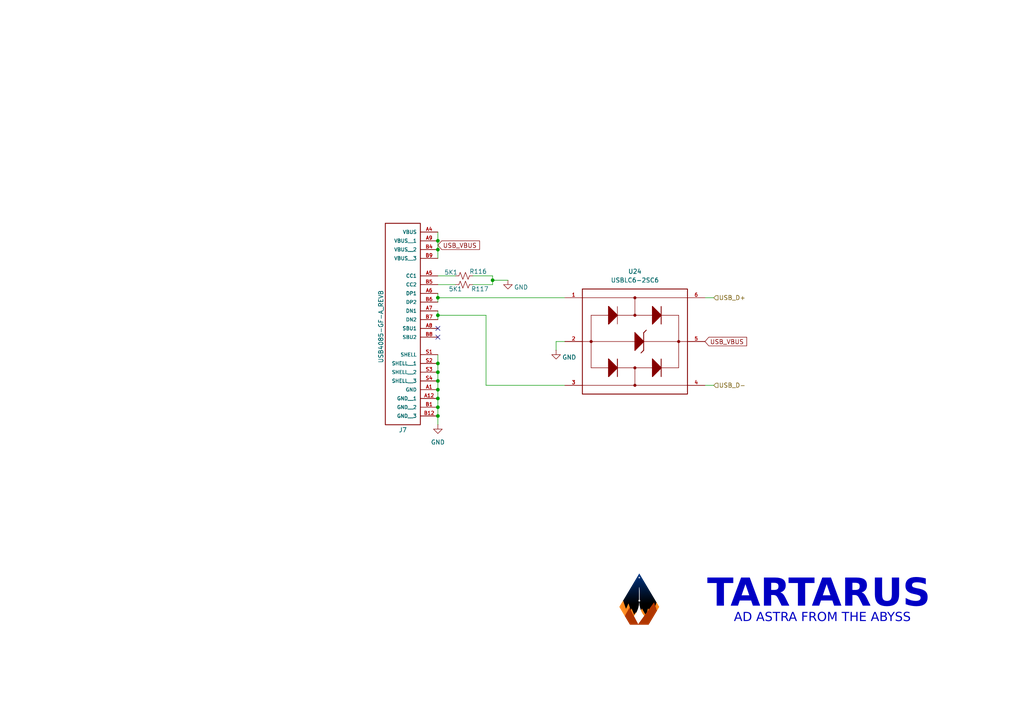
<source format=kicad_sch>
(kicad_sch (version 20250114) (generator "eeschema") (generator_version "9.0")
  (paper "A4")
  (lib_symbols
    (symbol "Cosmos Schematic Symbols_V2:USB4085-GF-A_REVB" (pin_names (offset 1.016))
      (property "Reference" "J" (at -5.08 18.288 0))
      (property "Value" "USB4085-GF-A_REVB" (at -5.08 -43.18 0))
      (symbol "USB4085-GF-A_REVB_0_0"
        (pin power_in line (at -10.16 15.24 0) (length 5.08) (name "VBUS") (number "A4"))
        (pin power_in line (at -10.16 12.7 0) (length 5.08) (name "VBUS__1") (number "A9"))
        (pin power_in line (at -10.16 10.16 0) (length 5.08) (name "VBUS__2") (number "B4"))
        (pin power_in line (at -10.16 7.62 0) (length 5.08) (name "VBUS__3") (number "B9"))
        (pin bidirectional line (at -10.16 2.54 0) (length 5.08) (name "CC1") (number "A5"))
        (pin bidirectional line (at -10.16 0 0) (length 5.08) (name "CC2") (number "B5"))
        (pin bidirectional line (at -10.16 -2.54 0) (length 5.08) (name "DP1") (number "A6"))
        (pin bidirectional line (at -10.16 -5.08 0) (length 5.08) (name "DP2") (number "B6"))
        (pin bidirectional line (at -10.16 -7.62 0) (length 5.08) (name "DN1") (number "A7"))
        (pin bidirectional line (at -10.16 -10.16 0) (length 5.08) (name "DN2") (number "B7"))
        (pin bidirectional line (at -10.16 -12.7 0) (length 5.08) (name "SBU1") (number "A8"))
        (pin bidirectional line (at -10.16 -15.24 0) (length 5.08) (name "SBU2") (number "B8"))
        (pin passive line (at -10.16 -20.32 0) (length 5.08) (name "SHELL") (number "S1"))
        (pin passive line (at -10.16 -22.86 0) (length 5.08) (name "SHELL__1") (number "S2"))
        (pin passive line (at -10.16 -25.4 0) (length 5.08) (name "SHELL__2") (number "S3"))
        (pin passive line (at -10.16 -27.94 0) (length 5.08) (name "SHELL__3") (number "S4"))
        (pin power_in line (at -10.16 -30.48 0) (length 5.08) (name "GND") (number "A1"))
        (pin power_in line (at -10.16 -33.02 0) (length 5.08) (name "GND__1") (number "A12"))
        (pin power_in line (at -10.16 -35.56 0) (length 5.08) (name "GND__2") (number "B1"))
        (pin power_in line (at -10.16 -38.1 0) (length 5.08) (name "GND__3") (number "B12"))
      )
      (symbol "USB4085-GF-A_REVB_1_0"
        (rectangle (start -5.08 17.78) (end 5.08 -40.64) (stroke (width 0.254)))
      )
    )
    (symbol "Cosmos Schematic Symbols_V2:USBLC6-2SC6" (pin_names (offset 1.016))
      (property "Reference" "U" (at -14.732 16.002 0))
      (property "Value" "USBLC6-2SC6" (at -15.2559 -17.7959 0))
      (symbol "USBLC6-2SC6_0_0"
        (polyline (pts (xy -15.24 12.7) (xy 0 12.7)) (stroke (width 0.1524)))
        (polyline (pts (xy -15.24 -12.7) (xy 0 -12.7)) (stroke (width 0.1524)))
        (polyline (pts (xy -12.7 7.62) (xy -12.7 0)) (stroke (width 0.1524)))
        (polyline (pts (xy -12.7 7.62) (xy -7.62 7.62)) (stroke (width 0.1524)))
        (circle (center -12.7 0) (radius 0.254) (stroke (width 0.381)))
        (polyline (pts (xy -12.7 0) (xy -15.24 0)) (stroke (width 0.1524)))
        (polyline (pts (xy -12.7 0) (xy -12.7 -7.62)) (stroke (width 0.1524)))
        (polyline (pts (xy -12.7 0) (xy 0 0)) (stroke (width 0.1524)))
        (polyline (pts (xy -12.7 -7.62) (xy -7.62 -7.62)) (stroke (width 0.1524)))
        (polyline (pts (xy -7.62 10.16) (xy -5.08 7.62)) (stroke (width 0.254)))
        (polyline (pts (xy -7.62 10.16) (xy -7.62 5.08) (xy -5.08 7.62) (xy -7.62 10.16)) (stroke (width 0.254)) (fill (type outline)))
        (polyline (pts (xy -7.62 7.62) (xy -7.62 10.16)) (stroke (width 0.254)))
        (polyline (pts (xy -7.62 5.08) (xy -7.62 7.62)) (stroke (width 0.254)))
        (polyline (pts (xy -7.62 -5.08) (xy -5.08 -7.62)) (stroke (width 0.254)))
        (polyline (pts (xy -7.62 -5.08) (xy -7.62 -10.16) (xy -5.08 -7.62) (xy -7.62 -5.08)) (stroke (width 0.254)) (fill (type outline)))
        (polyline (pts (xy -7.62 -7.62) (xy -7.62 -5.08)) (stroke (width 0.254)))
        (polyline (pts (xy -7.62 -10.16) (xy -7.62 -7.62)) (stroke (width 0.254)))
        (polyline (pts (xy -5.08 10.16) (xy -5.08 7.62)) (stroke (width 0.1524)))
        (polyline (pts (xy -5.08 7.62) (xy -7.62 5.08)) (stroke (width 0.254)))
        (polyline (pts (xy -5.08 7.62) (xy -5.08 5.08)) (stroke (width 0.1524)))
        (polyline (pts (xy -5.08 7.62) (xy 0 7.62)) (stroke (width 0.1524)))
        (polyline (pts (xy -5.08 -5.08) (xy -5.08 -7.62)) (stroke (width 0.254)))
        (polyline (pts (xy -5.08 -7.62) (xy -7.62 -10.16)) (stroke (width 0.254)))
        (polyline (pts (xy -5.08 -7.62) (xy -5.08 -10.16)) (stroke (width 0.254)))
        (polyline (pts (xy -5.08 -7.62) (xy 0 -7.62)) (stroke (width 0.1524)))
        (circle (center 0 12.7) (radius 0.254) (stroke (width 0.381)))
        (polyline (pts (xy 0 12.7) (xy 15.24 12.7)) (stroke (width 0.1524)))
        (circle (center 0 7.62) (radius 0.254) (stroke (width 0.381)))
        (polyline (pts (xy 0 7.62) (xy 0 12.7)) (stroke (width 0.1524)))
        (polyline (pts (xy 0 7.62) (xy 5.08 7.62)) (stroke (width 0.1524)))
        (polyline (pts (xy 0 2.54) (xy 2.54 0)) (stroke (width 0.254)))
        (polyline (pts (xy 0 2.54) (xy 0 -2.54) (xy 2.54 0) (xy 0 2.54)) (stroke (width 0.254)) (fill (type outline)))
        (polyline (pts (xy 0 0) (xy 0 2.54)) (stroke (width 0.254)))
        (polyline (pts (xy 0 -2.54) (xy 0 0)) (stroke (width 0.254)))
        (polyline (pts (xy 0 -7.62) (xy 0 -12.7)) (stroke (width 0.1524)))
        (polyline (pts (xy 0 -7.62) (xy 5.08 -7.62)) (stroke (width 0.1524)))
        (circle (center 0 -7.62) (radius 0.254) (stroke (width 0.381)))
        (circle (center 0 -12.7) (radius 0.254) (stroke (width 0.381)))
        (polyline (pts (xy 2.54 2.54) (xy 2.54 -2.54)) (stroke (width 0.254)))
        (polyline (pts (xy 2.54 2.54) (xy 3.302 3.302)) (stroke (width 0.254)))
        (polyline (pts (xy 2.54 0) (xy 0 -2.54)) (stroke (width 0.254)))
        (polyline (pts (xy 2.54 0) (xy 12.7 0)) (stroke (width 0.1524)))
        (polyline (pts (xy 2.54 -2.54) (xy 1.778 -3.302)) (stroke (width 0.254)))
        (polyline (pts (xy 5.08 10.16) (xy 7.62 7.62)) (stroke (width 0.254)))
        (polyline (pts (xy 5.08 10.16) (xy 5.08 5.08) (xy 7.62 7.62) (xy 5.08 10.16)) (stroke (width 0.254)) (fill (type outline)))
        (polyline (pts (xy 5.08 7.62) (xy 5.08 10.16)) (stroke (width 0.254)))
        (polyline (pts (xy 5.08 5.08) (xy 5.08 7.62)) (stroke (width 0.254)))
        (polyline (pts (xy 5.08 -5.08) (xy 7.62 -7.62)) (stroke (width 0.254)))
        (polyline (pts (xy 5.08 -5.08) (xy 5.08 -10.16) (xy 7.62 -7.62) (xy 5.08 -5.08)) (stroke (width 0.254)) (fill (type outline)))
        (polyline (pts (xy 5.08 -7.62) (xy 5.08 -5.08)) (stroke (width 0.254)))
        (polyline (pts (xy 5.08 -10.16) (xy 5.08 -7.62)) (stroke (width 0.254)))
        (polyline (pts (xy 7.62 10.16) (xy 7.62 7.62)) (stroke (width 0.254)))
        (polyline (pts (xy 7.62 7.62) (xy 5.08 5.08)) (stroke (width 0.254)))
        (polyline (pts (xy 7.62 7.62) (xy 7.62 5.08)) (stroke (width 0.254)))
        (polyline (pts (xy 7.62 7.62) (xy 12.7 7.62)) (stroke (width 0.1524)))
        (polyline (pts (xy 7.62 -5.08) (xy 7.62 -7.62)) (stroke (width 0.254)))
        (polyline (pts (xy 7.62 -7.62) (xy 5.08 -10.16)) (stroke (width 0.254)))
        (polyline (pts (xy 7.62 -7.62) (xy 7.62 -10.16)) (stroke (width 0.254)))
        (polyline (pts (xy 7.62 -7.62) (xy 12.7 -7.62)) (stroke (width 0.1524)))
        (polyline (pts (xy 12.7 7.62) (xy 12.7 0)) (stroke (width 0.1524)))
        (polyline (pts (xy 12.7 0) (xy 12.7 -7.62)) (stroke (width 0.1524)))
        (polyline (pts (xy 12.7 0) (xy 15.24 0)) (stroke (width 0.1524)))
        (circle (center 12.7 0) (radius 0.254) (stroke (width 0.381)))
        (polyline (pts (xy 15.24 -12.7) (xy 0 -12.7)) (stroke (width 0.1524)))
        (pin bidirectional line (at -20.32 12.7 0) (length 5.08) (name "~") (number "1"))
        (pin power_in line (at -20.32 0 0) (length 5.08) (name "~") (number "2"))
        (pin bidirectional line (at -20.32 -12.7 0) (length 5.08) (name "~") (number "3"))
        (pin bidirectional line (at 20.32 12.7 180) (length 5.08) (name "~") (number "6"))
        (pin power_in line (at 20.32 0 180) (length 5.08) (name "~") (number "5"))
        (pin bidirectional line (at 20.32 -12.7 180) (length 5.08) (name "~") (number "4"))
      )
      (symbol "USBLC6-2SC6_1_0"
        (rectangle (start -15.24 15.24) (end 15.24 -15.24) (stroke (width 0.254)))
      )
    )
    (symbol "Device:R_Small_US" (pin_numbers (hide yes)) (pin_names (offset 0.254) (hide yes))
      (property "Reference" "R" (at 0.762 0.508 0))
      (property "Value" "R_Small_US" (at 0.762 -1.016 0))
      (symbol "R_Small_US_1_1"
        (polyline (pts (xy 0 1.524) (xy 1.016 1.143) (xy 0 0.762) (xy -1.016 0.381) (xy 0 0)))
        (polyline (pts (xy 0 0) (xy 1.016 -0.381) (xy 0 -0.762) (xy -1.016 -1.143) (xy 0 -1.524)))
        (pin passive line (at 0 2.54 270) (length 1.016) (name "~") (number "1"))
        (pin passive line (at 0 -2.54 90) (length 1.016) (name "~") (number "2"))
      )
    )
    (symbol "power:GND" (power) (pin_numbers (hide yes)) (pin_names (offset 0) (hide yes))
      (property "Value" "GND" (at 0 -3.81 0))
      (symbol "GND_0_1"
        (polyline (pts (xy 0 0) (xy 0 -1.27) (xy 1.27 -1.27) (xy 0 -2.54) (xy -1.27 -1.27) (xy 0 -1.27)))
      )
      (symbol "GND_1_1"
        (pin power_in line (at 0 0 270) (length 0) (name "~") (number "1"))
      )
    )
  )
  (text "TARTARUS" (at 237.49 174.625 0) (effects (font (size 8 8) (thickness 1.6) (bold yes))))
  (text "AD ASTRA FROM THE ABYSS" (at 238.506 179.959 0) (effects (font (size 2.6 2.6))))
  (junction (at 127 69.85))
  (junction (at 127 118.11))
  (junction (at 127 72.39))
  (junction (at 127 86.36))
  (junction (at 127 105.41))
  (junction (at 127 107.95))
  (junction (at 127 110.49))
  (junction (at 127 113.03))
  (junction (at 127 115.57))
  (junction (at 142.875 81.28))
  (junction (at 127 91.44))
  (junction (at 127 120.65))
  (no_connect (at 127 97.79))
  (no_connect (at 127 95.25))
  (wire (pts (xy 142.875 80.01) (xy 137.16 80.01)))
  (wire (pts (xy 127 80.01) (xy 132.08 80.01)))
  (wire (pts (xy 127 105.41) (xy 127 107.95)))
  (wire (pts (xy 127 72.39) (xy 127 74.93)))
  (wire (pts (xy 140.97 91.44) (xy 127 91.44)))
  (wire (pts (xy 161.29 99.06) (xy 161.29 101.6)))
  (wire (pts (xy 127 120.65) (xy 127 123.19)))
  (wire (pts (xy 127 118.11) (xy 127 120.65)))
  (wire (pts (xy 127 86.36) (xy 127 87.63)))
  (wire (pts (xy 127 115.57) (xy 127 118.11)))
  (wire (pts (xy 142.875 82.55) (xy 137.16 82.55)))
  (wire (pts (xy 127 102.87) (xy 127 105.41)))
  (wire (pts (xy 127 107.95) (xy 127 110.49)))
  (wire (pts (xy 142.875 81.28) (xy 147.32 81.28)))
  (wire (pts (xy 142.875 80.01) (xy 142.875 81.28)))
  (wire (pts (xy 204.47 86.36) (xy 207.01 86.36)))
  (wire (pts (xy 127 113.03) (xy 127 115.57)))
  (wire (pts (xy 127 91.44) (xy 127 92.71)))
  (wire (pts (xy 163.83 111.76) (xy 140.97 111.76)))
  (wire (pts (xy 127 85.09) (xy 127 86.36)))
  (wire (pts (xy 127 90.17) (xy 127 91.44)))
  (wire (pts (xy 142.875 81.28) (xy 142.875 82.55)))
  (wire (pts (xy 127 67.31) (xy 127 69.85)))
  (wire (pts (xy 140.97 111.76) (xy 140.97 91.44)))
  (wire (pts (xy 127 69.85) (xy 127 72.39)))
  (wire (pts (xy 163.83 99.06) (xy 161.29 99.06)))
  (wire (pts (xy 127 110.49) (xy 127 113.03)))
  (wire (pts (xy 127 82.55) (xy 132.08 82.55)))
  (wire (pts (xy 204.47 111.76) (xy 207.01 111.76)))
  (wire (pts (xy 127 86.36) (xy 163.83 86.36)))
  (image (at 185.42 175.133) (scale 0.0421478))
  (global_label "USB_VBUS" (shape input) (at 127 71.12 0) (property "Intersheetrefs" "${INTERSHEET_REFS}" (effects (hide yes))))
  (global_label "USB_VBUS" (shape input) (at 204.47 99.06 0) (property "Intersheetrefs" "${INTERSHEET_REFS}" (effects (hide yes))))
  (hierarchical_label "USB_D+" (shape input) (at 207.01 86.36 0))
  (hierarchical_label "USB_D-" (shape input) (at 207.01 111.76 0))
  (symbol (lib_id "Device:R_Small_US") (at 134.62 80.01 270) (unit 1)
    (property "Reference" "R116" (at 138.684 78.74 90))
    (property "Value" "5K1" (at 130.81 78.994 90))
    (property "Footprint" "Resistor_SMD:R_0603_1608Metric" (effects (hide yes)))
    (property "Description" "Resistor, small US symbol" (effects (hide yes)))
  )
  (symbol (lib_id "Cosmos Schematic Symbols_V2:USBLC6-2SC6") (at 184.15 99.06 0) (unit 1)
    (property "Reference" "U24" (at 184.15 78.74 0))
    (property "Value" "USBLC6-2SC6" (at 184.15 81.28 0))
    (property "Footprint" "Barrett_Footprints:USBLC_6" (effects (hide yes)))
    (property "Description" "17V Clamp 5A (8/20µs) Ipp Tvs Diode Surface Mount SOT-23-6" (effects (hide yes)))
    (property "MP" "USBLC6-2SC6" (effects (hide yes)))
  )
  (symbol (lib_id "Device:R_Small_US") (at 134.62 82.55 90) (unit 1)
    (property "Reference" "R117" (at 139.192 83.82 90))
    (property "Value" "5K1" (at 132.08 83.82 90))
    (property "Footprint" "Resistor_SMD:R_0603_1608Metric" (effects (hide yes)))
    (property "Description" "Resistor, small US symbol" (effects (hide yes)))
  )
  (symbol (lib_id "power:GND") (at 147.32 81.28 0) (unit 1)
    (property "Reference" "#PWR0197" (effects (hide yes)))
    (property "Value" "GND" (at 151.13 83.312 0))
    (property "Description" "Power symbol creates a global label with name \"GND\" , ground" (effects (hide yes)))
  )
  (symbol (lib_id "Cosmos Schematic Symbols_V2:USB4085-GF-A_REVB") (at 116.84 82.55 0) (mirror y) (unit 1)
    (property "Reference" "J7" (at 116.84 124.714 0))
    (property "Value" "USB4085-GF-A_REVB" (at 110.49 94.742 90))
    (property "Footprint" "Barrett_Footprints:GCT_USB4085-GF-A_REVB" (effects (hide yes)))
    (property "SNAPEDA_PN" "USB4085-GF-A" (effects (hide yes)))
  )
  (symbol (lib_id "power:GND") (at 127 123.19 0) (unit 1)
    (property "Reference" "#PWR0196" (effects (hide yes)))
    (property "Value" "GND" (at 127 128.27 0))
    (property "Description" "Power symbol creates a global label with name \"GND\" , ground" (effects (hide yes)))
  )
  (symbol (lib_id "power:GND") (at 161.29 101.6 0) (unit 1)
    (property "Reference" "#PWR0198" (effects (hide yes)))
    (property "Value" "GND" (at 165.1 103.632 0))
    (property "Description" "Power symbol creates a global label with name \"GND\" , ground" (effects (hide yes)))
  )
)
</source>
